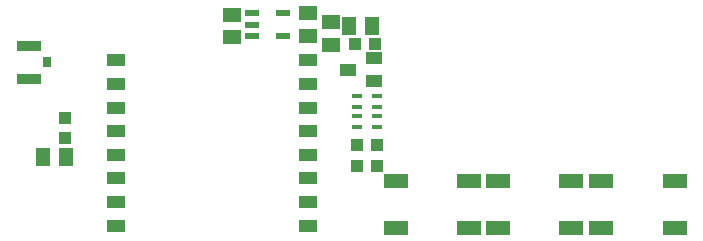
<source format=gbr>
G04 EAGLE Gerber RS-274X export*
G75*
%MOMM*%
%FSLAX34Y34*%
%LPD*%
%INSolderpaste Top*%
%IPPOS*%
%AMOC8*
5,1,8,0,0,1.08239X$1,22.5*%
G01*
%ADD10R,1.240000X1.500000*%
%ADD11R,1.500000X1.000000*%
%ADD12R,0.762000X0.965200*%
%ADD13R,2.133600X0.812800*%
%ADD14R,1.200000X0.550000*%
%ADD15R,1.500000X1.240000*%
%ADD16R,1.000000X1.075000*%
%ADD17R,1.075000X1.000000*%
%ADD18R,1.400000X1.000000*%
%ADD19R,2.000000X1.200000*%
%ADD20R,0.900000X0.450000*%


D10*
X53950Y72390D03*
X34950Y72390D03*
D11*
X96800Y153820D03*
X96800Y133820D03*
X96800Y113820D03*
X96800Y93820D03*
X96800Y73820D03*
X96800Y53820D03*
X96800Y33820D03*
X96800Y13820D03*
X258800Y13820D03*
X258800Y33820D03*
X258800Y53820D03*
X258800Y73820D03*
X258800Y93820D03*
X258800Y113820D03*
X258800Y133820D03*
X258800Y153820D03*
D12*
X38354Y152400D03*
D13*
X23114Y166354D03*
X23114Y138446D03*
D14*
X211789Y193650D03*
X211789Y184150D03*
X211789Y174650D03*
X237791Y174650D03*
X237791Y193650D03*
D15*
X194310Y192380D03*
X194310Y173380D03*
X259080Y193650D03*
X259080Y174650D03*
D16*
X53340Y88020D03*
X53340Y105020D03*
D17*
X300110Y64770D03*
X317110Y64770D03*
X300110Y82550D03*
X317110Y82550D03*
D15*
X278130Y167030D03*
X278130Y186030D03*
D10*
X294030Y182880D03*
X313030Y182880D03*
D17*
X298840Y167640D03*
X315840Y167640D03*
D18*
X292530Y146050D03*
X314530Y155550D03*
X314530Y136550D03*
D19*
X395490Y11750D03*
X333490Y11750D03*
X333490Y51750D03*
X395490Y51750D03*
X481850Y11750D03*
X419850Y11750D03*
X419850Y51750D03*
X481850Y51750D03*
X569480Y11750D03*
X507480Y11750D03*
X507480Y51750D03*
X569480Y51750D03*
D20*
X317110Y123490D03*
X300110Y123490D03*
X317110Y114490D03*
X317110Y106490D03*
X317110Y97490D03*
X300110Y97490D03*
X300110Y114490D03*
X300110Y106490D03*
M02*

</source>
